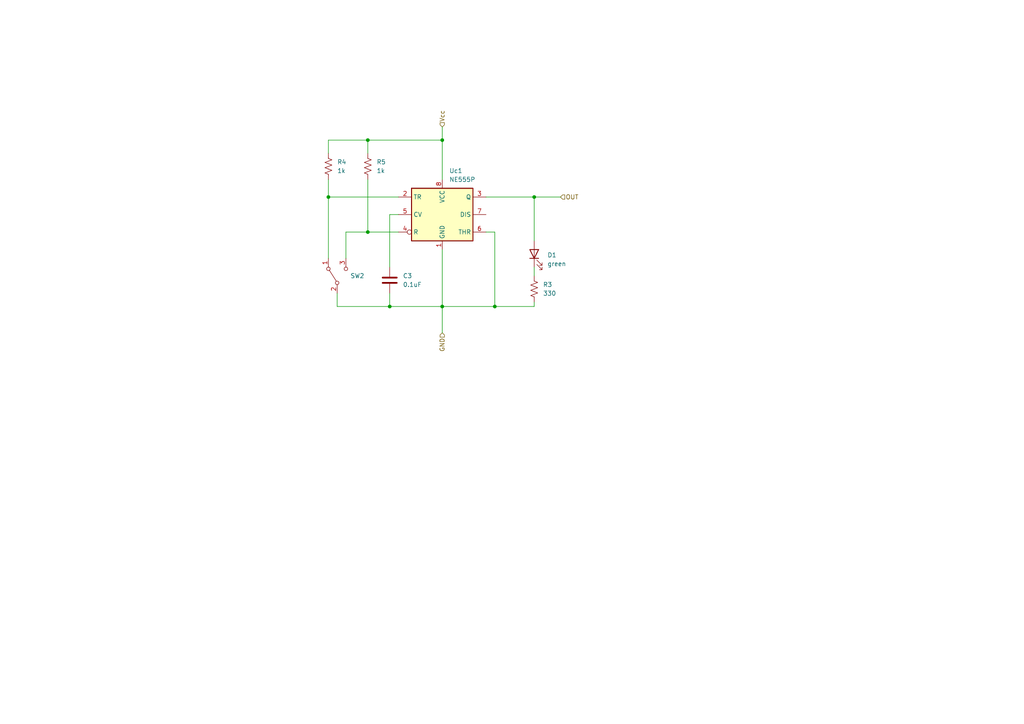
<source format=kicad_sch>
(kicad_sch (version 20230121) (generator eeschema)
  (paper "A4")
  (lib_symbols
    (symbol "Device:C" (pin_numbers hide) (pin_names (offset 0.254))
      (property "Reference" "C" (at 0.635 2.54 0))
      (property "Value" "C" (at 0.635 -2.54 0))
      (symbol "C_0_1"
        (polyline (pts (xy -2.032 -0.762) (xy 2.032 -0.762)) (stroke (width 0.508)))
        (polyline (pts (xy -2.032 0.762) (xy 2.032 0.762)) (stroke (width 0.508)))
      )
      (symbol "C_1_1"
        (pin passive line (at 0 3.81 270) (length 2.794) (name "~") (number "1"))
        (pin passive line (at 0 -3.81 90) (length 2.794) (name "~") (number "2"))
      )
    )
    (symbol "Device:LED" (pin_numbers hide) (pin_names (offset 1.016) hide)
      (property "Reference" "D" (at 0 2.54 0))
      (property "Value" "LED" (at 0 -2.54 0))
      (symbol "LED_0_1"
        (polyline (pts (xy -1.27 -1.27) (xy -1.27 1.27)) (stroke (width 0.254)))
        (polyline (pts (xy -1.27 0) (xy 1.27 0)))
        (polyline (pts (xy 1.27 -1.27) (xy 1.27 1.27) (xy -1.27 0) (xy 1.27 -1.27)) (stroke (width 0.254)))
        (polyline (pts (xy -3.048 -0.762) (xy -4.572 -2.286) (xy -3.81 -2.286) (xy -4.572 -2.286) (xy -4.572 -1.524)))
        (polyline (pts (xy -1.778 -0.762) (xy -3.302 -2.286) (xy -2.54 -2.286) (xy -3.302 -2.286) (xy -3.302 -1.524)))
      )
      (symbol "LED_1_1"
        (pin passive line (at -3.81 0 0) (length 2.54) (name "K") (number "1"))
        (pin passive line (at 3.81 0 180) (length 2.54) (name "A") (number "2"))
      )
    )
    (symbol "Device:R_US" (pin_numbers hide) (pin_names (offset 0))
      (property "Reference" "R" (at 2.54 0 90))
      (property "Value" "R_US" (at -2.54 0 90))
      (symbol "R_US_0_1"
        (polyline (pts (xy 0 -2.286) (xy 0 -2.54)))
        (polyline (pts (xy 0 2.286) (xy 0 2.54)))
        (polyline (pts (xy 0 -0.762) (xy 1.016 -1.143) (xy 0 -1.524) (xy -1.016 -1.905) (xy 0 -2.286)))
        (polyline (pts (xy 0 0.762) (xy 1.016 0.381) (xy 0 0) (xy -1.016 -0.381) (xy 0 -0.762)))
        (polyline (pts (xy 0 2.286) (xy 1.016 1.905) (xy 0 1.524) (xy -1.016 1.143) (xy 0 0.762)))
      )
      (symbol "R_US_1_1"
        (pin passive line (at 0 3.81 270) (length 1.27) (name "~") (number "1"))
        (pin passive line (at 0 -3.81 90) (length 1.27) (name "~") (number "2"))
      )
    )
    (symbol "Switch:SW_SPDT" (pin_names (offset 0) hide)
      (property "Reference" "SW" (at 0 4.318 0))
      (property "Value" "SW_SPDT" (at 0 -5.08 0))
      (symbol "SW_SPDT_0_0"
        (circle (center -2.032 0) (radius 0.508))
        (circle (center 2.032 -2.54) (radius 0.508))
      )
      (symbol "SW_SPDT_0_1"
        (polyline (pts (xy -1.524 0.254) (xy 1.651 2.286)))
        (circle (center 2.032 2.54) (radius 0.508))
      )
      (symbol "SW_SPDT_1_1"
        (pin passive line (at 5.08 2.54 180) (length 2.54) (name "A") (number "1"))
        (pin passive line (at -5.08 0 0) (length 2.54) (name "B") (number "2"))
        (pin passive line (at 5.08 -2.54 180) (length 2.54) (name "C") (number "3"))
      )
    )
    (symbol "Timer:NE555P"
      (property "Reference" "U" (at -10.16 8.89 0))
      (property "Value" "NE555P" (at 2.54 8.89 0))
      (symbol "NE555P_0_0"
        (pin power_in line (at 0 -10.16 90) (length 2.54) (name "GND") (number "1"))
        (pin power_in line (at 0 10.16 270) (length 2.54) (name "VCC") (number "8"))
      )
      (symbol "NE555P_0_1"
        (rectangle (start -8.89 -7.62) (end 8.89 7.62) (stroke (width 0.254)) (fill (type background)))
        (rectangle (start -8.89 -7.62) (end 8.89 7.62) (stroke (width 0.254)) (fill (type background)))
      )
      (symbol "NE555P_1_1"
        (pin input line (at -12.7 5.08 0) (length 3.81) (name "TR") (number "2"))
        (pin output line (at 12.7 5.08 180) (length 3.81) (name "Q") (number "3"))
        (pin input inverted (at -12.7 -5.08 0) (length 3.81) (name "R") (number "4"))
        (pin input line (at -12.7 0 0) (length 3.81) (name "CV") (number "5"))
        (pin input line (at 12.7 -5.08 180) (length 3.81) (name "THR") (number "6"))
        (pin input line (at 12.7 0 180) (length 3.81) (name "DIS") (number "7"))
      )
    )
  )
  (junction (at 143.51 88.9))
  (junction (at 154.94 57.15))
  (junction (at 106.68 40.64))
  (junction (at 106.68 67.31))
  (junction (at 128.27 40.64))
  (junction (at 113.03 88.9))
  (junction (at 95.25 57.15))
  (junction (at 128.27 88.9))
  (wire (pts (xy 128.27 88.9) (xy 143.51 88.9)))
  (wire (pts (xy 106.68 40.64) (xy 106.68 44.45)))
  (wire (pts (xy 115.57 62.23) (xy 113.03 62.23)))
  (wire (pts (xy 140.97 57.15) (xy 154.94 57.15)))
  (wire (pts (xy 115.57 67.31) (xy 106.68 67.31)))
  (wire (pts (xy 154.94 77.47) (xy 154.94 80.01)))
  (wire (pts (xy 113.03 62.23) (xy 113.03 77.47)))
  (wire (pts (xy 95.25 52.07) (xy 95.25 57.15)))
  (wire (pts (xy 95.25 40.64) (xy 95.25 44.45)))
  (wire (pts (xy 113.03 85.09) (xy 113.03 88.9)))
  (wire (pts (xy 128.27 88.9) (xy 128.27 96.52)))
  (wire (pts (xy 154.94 57.15) (xy 154.94 69.85)))
  (wire (pts (xy 128.27 72.39) (xy 128.27 88.9)))
  (wire (pts (xy 106.68 52.07) (xy 106.68 67.31)))
  (wire (pts (xy 113.03 88.9) (xy 128.27 88.9)))
  (wire (pts (xy 106.68 40.64) (xy 128.27 40.64)))
  (wire (pts (xy 95.25 40.64) (xy 106.68 40.64)))
  (wire (pts (xy 143.51 88.9) (xy 154.94 88.9)))
  (wire (pts (xy 100.33 67.31) (xy 100.33 74.93)))
  (wire (pts (xy 95.25 57.15) (xy 95.25 74.93)))
  (wire (pts (xy 95.25 57.15) (xy 115.57 57.15)))
  (wire (pts (xy 128.27 36.83) (xy 128.27 40.64)))
  (wire (pts (xy 154.94 87.63) (xy 154.94 88.9)))
  (wire (pts (xy 143.51 67.31) (xy 143.51 88.9)))
  (wire (pts (xy 143.51 67.31) (xy 140.97 67.31)))
  (wire (pts (xy 106.68 67.31) (xy 100.33 67.31)))
  (wire (pts (xy 97.79 88.9) (xy 113.03 88.9)))
  (wire (pts (xy 154.94 57.15) (xy 162.56 57.15)))
  (wire (pts (xy 128.27 40.64) (xy 128.27 52.07)))
  (wire (pts (xy 97.79 85.09) (xy 97.79 88.9)))
  (hierarchical_label "GND" (shape input) (at 128.27 96.52 270))
  (hierarchical_label "OUT" (shape input) (at 162.56 57.15 0))
  (hierarchical_label "Vcc" (shape input) (at 128.27 36.83 90))
  (symbol (lib_id "Device:C") (at 113.03 81.28 180) (unit 1)
    (property "Reference" "C3" (at 116.84 80.0099 0) (effects (justify right)))
    (property "Value" "0.1uF" (at 116.84 82.5499 0) (effects (justify right)))
  )
  (symbol (lib_id "Device:R_US") (at 106.68 48.26 0) (unit 1)
    (property "Reference" "R5" (at 109.22 46.9899 0) (effects (justify left)))
    (property "Value" "1k" (at 109.22 49.5299 0) (effects (justify left)))
  )
  (symbol (lib_id "Device:R_US") (at 95.25 48.26 0) (unit 1)
    (property "Reference" "R4" (at 97.79 46.9899 0) (effects (justify left)))
    (property "Value" "1k" (at 97.79 49.5299 0) (effects (justify left)))
  )
  (symbol (lib_id "Timer:NE555P") (at 128.27 62.23 0) (unit 1)
    (property "Reference" "Uc1" (at 130.2894 49.53 0) (effects (justify left)))
    (property "Value" "NE555P" (at 130.2894 52.07 0) (effects (justify left)))
    (property "Footprint" "Package_DIP:DIP-8_W7.62mm" (effects hide))
    (property "Datasheet" "http://www.ti.com/lit/ds/symlink/ne555.pdf" (effects hide))
  )
  (symbol (lib_id "Device:LED") (at 154.94 73.66 90) (unit 1)
    (property "Reference" "D1" (at 158.75 73.9774 90) (effects (justify right)))
    (property "Value" "green" (at 158.75 76.5174 90) (effects (justify right)))
  )
  (symbol (lib_id "Switch:SW_SPDT") (at 97.79 80.01 90) (unit 1)
    (property "Reference" "SW2" (at 101.6 80.0099 90) (effects (justify right)))
    (property "Value" "SW_SPDT" (effects hide))
  )
  (symbol (lib_id "Device:R_US") (at 154.94 83.82 0) (unit 1)
    (property "Reference" "R3" (at 157.48 82.5499 0) (effects (justify left)))
    (property "Value" "330" (at 157.48 85.0899 0) (effects (justify left)))
  )
)
</source>
